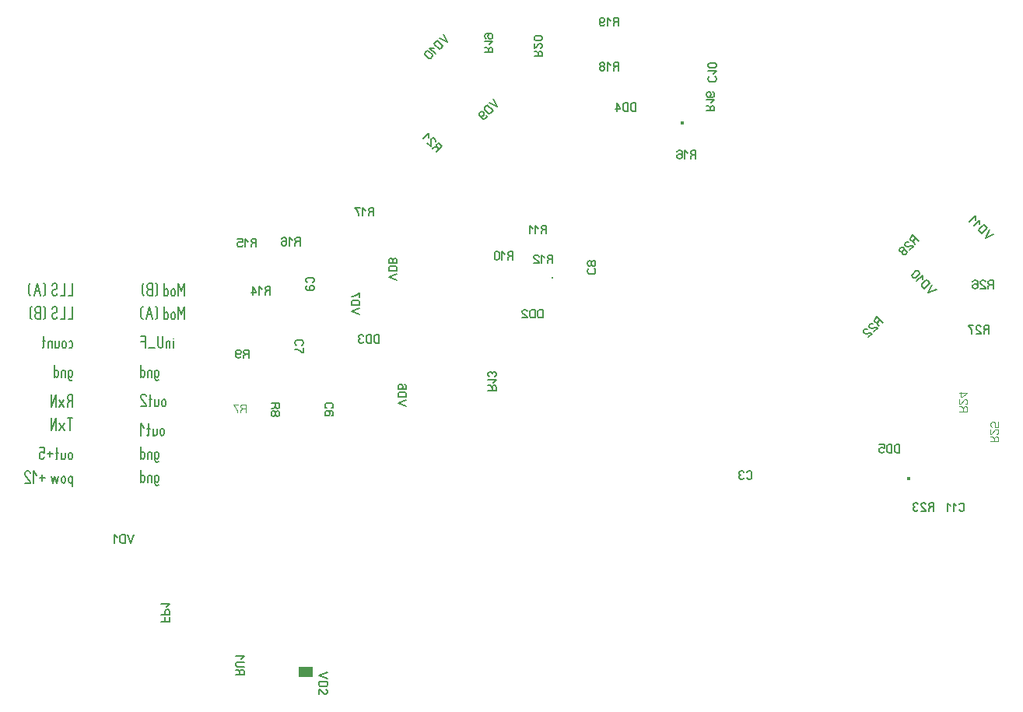
<source format=gbr>
%FSLAX34Y34*%
%MOMM*%
%LNSILK_BOTTOM*%
G71*
G01*
%ADD10C, 0.16*%
%ADD11C, 0.00*%
%ADD12C, 0.17*%
%ADD13C, 0.30*%
%ADD14C, 0.11*%
%ADD15C, 0.45*%
%LPD*%
G54D10*
X169096Y163490D02*
X177984Y163490D01*
X177984Y168157D01*
G54D10*
X173540Y163490D02*
X173540Y168157D01*
G54D10*
X169096Y171268D02*
X177984Y171268D01*
X177984Y174601D01*
X177429Y175935D01*
X176318Y176601D01*
X175207Y176601D01*
X174096Y175935D01*
X173540Y174601D01*
X173540Y171268D01*
G54D10*
X174651Y179712D02*
X177984Y183045D01*
X169096Y183045D01*
G36*
X333083Y103926D02*
X319083Y103926D01*
X319083Y113926D01*
X333083Y113926D01*
X333083Y103926D01*
G37*
G54D11*
X333083Y103926D02*
X319083Y103926D01*
X319083Y113926D01*
X333083Y113926D01*
X333083Y103926D01*
G54D10*
X349785Y107856D02*
X340896Y104523D01*
X349785Y101190D01*
G54D10*
X340896Y94745D02*
X340896Y98078D01*
X349785Y98078D01*
X349785Y94745D01*
X349229Y93412D01*
X348118Y92745D01*
X342563Y92745D01*
X341452Y93412D01*
X340896Y94745D01*
G54D10*
X340896Y84301D02*
X340896Y89634D01*
X341452Y89634D01*
X342563Y88968D01*
X345896Y84968D01*
X347007Y84301D01*
X348118Y84301D01*
X349229Y84968D01*
X349785Y86301D01*
X349785Y87634D01*
X349229Y88968D01*
X348118Y89634D01*
G54D10*
X254736Y108400D02*
X253625Y110400D01*
X252514Y111066D01*
X250291Y111066D01*
G54D10*
X250291Y105733D02*
X259180Y105733D01*
X259180Y109066D01*
X258625Y110400D01*
X257514Y111066D01*
X256402Y111066D01*
X255291Y110400D01*
X254736Y109066D01*
X254736Y105733D01*
G54D10*
X259180Y114177D02*
X251958Y114177D01*
X250847Y114844D01*
X250291Y116177D01*
X250291Y117510D01*
X250847Y118844D01*
X251958Y119510D01*
X259180Y119510D01*
G54D10*
X255847Y122621D02*
X259180Y125954D01*
X250291Y125954D01*
G54D10*
X435918Y397778D02*
X427029Y401111D01*
X435918Y404445D01*
G54D10*
X427029Y410889D02*
X427029Y407556D01*
X435918Y407556D01*
X435918Y410889D01*
X435362Y412223D01*
X434251Y412889D01*
X428695Y412889D01*
X427584Y412223D01*
X427029Y410889D01*
G54D10*
X434251Y421333D02*
X435362Y420667D01*
X435918Y419333D01*
X435918Y418000D01*
X435362Y416667D01*
X434251Y416000D01*
X431473Y416000D01*
X430918Y416000D01*
X432029Y418000D01*
X432029Y419333D01*
X431473Y420667D01*
X430362Y421333D01*
X428695Y421333D01*
X427584Y420667D01*
X427029Y419333D01*
X427029Y418000D01*
X427584Y416667D01*
X428695Y416000D01*
X431473Y416000D01*
G54D10*
X293396Y398223D02*
X292285Y396223D01*
X291174Y395557D01*
X288952Y395557D01*
G54D10*
X288952Y400890D02*
X297841Y400890D01*
X297841Y397557D01*
X297285Y396223D01*
X296174Y395557D01*
X295063Y395557D01*
X293952Y396223D01*
X293396Y397557D01*
X293396Y400890D01*
G54D10*
X293952Y387779D02*
X293396Y389113D01*
X293396Y390446D01*
X293952Y391779D01*
X295063Y392446D01*
X296174Y392446D01*
X297285Y391779D01*
X297841Y390446D01*
X297841Y389113D01*
X297285Y387779D01*
X296174Y387113D01*
X295063Y387113D01*
X293952Y387779D01*
G54D10*
X293396Y389113D02*
X292841Y387779D01*
X291730Y387113D01*
X290618Y387113D01*
X289507Y387779D01*
X288952Y389113D01*
X288952Y390446D01*
X289507Y391779D01*
X290618Y392446D01*
X291730Y392446D01*
X292841Y391779D01*
X293396Y390446D01*
G54D10*
X349102Y395820D02*
X347991Y396486D01*
X347435Y397820D01*
X347435Y399153D01*
X347991Y400486D01*
X349102Y401153D01*
X354658Y401153D01*
X355769Y400486D01*
X356324Y399153D01*
X356324Y397820D01*
X355769Y396486D01*
X354658Y395820D01*
G54D10*
X354658Y387376D02*
X355769Y388042D01*
X356324Y389376D01*
X356324Y390709D01*
X355769Y392042D01*
X354658Y392709D01*
X351880Y392709D01*
X351324Y392709D01*
X352435Y390709D01*
X352435Y389376D01*
X351880Y388042D01*
X350769Y387376D01*
X349102Y387376D01*
X347991Y388042D01*
X347435Y389376D01*
X347435Y390709D01*
X347991Y392042D01*
X349102Y392709D01*
X351880Y392709D01*
G54D12*
X72570Y321637D02*
X72570Y310804D01*
G54D12*
X72570Y316637D02*
X71903Y314470D01*
X70570Y314137D01*
X69237Y314470D01*
X68570Y316137D01*
X68570Y319470D01*
X69237Y321137D01*
X70570Y321637D01*
X71903Y321137D01*
X72570Y319137D01*
G54D12*
X61570Y314470D02*
X60903Y316137D01*
X60903Y319470D01*
X61570Y321137D01*
X62903Y321637D01*
X64236Y321137D01*
X64903Y319470D01*
X64903Y316137D01*
X64236Y314470D01*
X62903Y314137D01*
X61570Y314470D01*
G54D12*
X57236Y321637D02*
X55236Y314137D01*
X53236Y321637D01*
X51236Y314137D01*
X49903Y321637D01*
G54D12*
X42436Y319970D02*
X37103Y319970D01*
G54D12*
X39769Y323304D02*
X39769Y316637D01*
G54D12*
X33436Y322470D02*
X30103Y327470D01*
X30103Y314137D01*
G54D12*
X21103Y314137D02*
X26436Y314137D01*
X26436Y314970D01*
X25769Y316637D01*
X21769Y321637D01*
X21103Y323304D01*
X21103Y324970D01*
X21769Y326637D01*
X23103Y327470D01*
X24436Y327470D01*
X25769Y326637D01*
X26436Y324970D01*
G54D12*
X69236Y340242D02*
X68570Y341908D01*
X68570Y345242D01*
X69236Y346908D01*
X70570Y347408D01*
X71903Y346908D01*
X72570Y345242D01*
X72570Y341908D01*
X71903Y340242D01*
X70570Y339908D01*
X69236Y340242D01*
G54D12*
X60903Y347408D02*
X60903Y339908D01*
G54D12*
X60903Y341575D02*
X61569Y340242D01*
X62903Y339908D01*
X64236Y340242D01*
X64903Y341575D01*
X64903Y347408D01*
G54D12*
X55902Y353242D02*
X55902Y340742D01*
X55236Y339908D01*
X54569Y340242D01*
G54D12*
X57236Y347408D02*
X54569Y347408D01*
G54D12*
X50902Y345742D02*
X45568Y345742D01*
G54D12*
X48235Y349075D02*
X48235Y342408D01*
G54D12*
X36568Y353242D02*
X41902Y353242D01*
X41902Y347408D01*
X41235Y347408D01*
X39902Y348242D01*
X38568Y348242D01*
X37235Y347408D01*
X36568Y345742D01*
X36568Y342408D01*
X37235Y340742D01*
X38568Y339908D01*
X39902Y339908D01*
X41235Y340742D01*
X41902Y342408D01*
G54D12*
X182392Y461078D02*
X182392Y468578D01*
G54D12*
X182392Y471078D02*
X182392Y471078D01*
G54D12*
X178725Y461078D02*
X178725Y468578D01*
G54D12*
X178725Y466911D02*
X178058Y468078D01*
X176725Y468578D01*
X175392Y468078D01*
X174725Y466911D01*
X174725Y461078D01*
G54D12*
X171058Y474411D02*
X171058Y463578D01*
X170391Y461911D01*
X169058Y461078D01*
X167724Y461078D01*
X166391Y461911D01*
X165724Y463578D01*
X165724Y474411D01*
G54D12*
X162058Y461078D02*
X155391Y461078D01*
G54D12*
X151724Y461078D02*
X151724Y474411D01*
X147057Y474411D01*
G54D12*
X151724Y467744D02*
X147057Y467744D01*
G54D12*
X69904Y403823D02*
X67904Y402156D01*
X67237Y400489D01*
X67237Y397156D01*
G54D12*
X72570Y397156D02*
X72570Y410489D01*
X69237Y410489D01*
X67904Y409656D01*
X67237Y407989D01*
X67237Y406323D01*
X67904Y404656D01*
X69237Y403823D01*
X72570Y403823D01*
G54D12*
X63570Y404656D02*
X58237Y397156D01*
G54D12*
X63570Y397156D02*
X58237Y404656D01*
G54D12*
X54570Y397156D02*
X54570Y410489D01*
X49237Y397156D01*
X49237Y410489D01*
G54D10*
X139429Y257676D02*
X136096Y248787D01*
X132762Y257676D01*
G54D10*
X126318Y248787D02*
X129651Y248787D01*
X129651Y257676D01*
X126318Y257676D01*
X124984Y257120D01*
X124318Y256010D01*
X124318Y250454D01*
X124984Y249343D01*
X126318Y248787D01*
G54D10*
X121207Y254343D02*
X117874Y257676D01*
X117874Y248787D01*
G54D10*
X806557Y320095D02*
X807223Y318984D01*
X808557Y318428D01*
X809890Y318428D01*
X811223Y318984D01*
X811890Y320095D01*
X811890Y325650D01*
X811223Y326762D01*
X809890Y327317D01*
X808557Y327317D01*
X807223Y326762D01*
X806557Y325650D01*
G54D10*
X803446Y325650D02*
X802779Y326762D01*
X801446Y327317D01*
X800113Y327317D01*
X798779Y326762D01*
X798113Y325650D01*
X798113Y324539D01*
X798779Y323428D01*
X800113Y322873D01*
X798779Y322317D01*
X798113Y321206D01*
X798113Y320095D01*
X798779Y318984D01*
X800113Y318428D01*
X801446Y318428D01*
X802779Y318984D01*
X803446Y320095D01*
X594717Y537330D02*
G54D13*
D03*
G54D10*
X549350Y561412D02*
X547350Y560301D01*
X546683Y559190D01*
X546683Y556968D01*
G54D10*
X552016Y556968D02*
X552016Y565856D01*
X548683Y565856D01*
X547350Y565301D01*
X546683Y564190D01*
X546683Y563079D01*
X547350Y561968D01*
X548683Y561412D01*
X552016Y561412D01*
G54D10*
X543572Y562523D02*
X540239Y565856D01*
X540239Y556968D01*
G54D10*
X532462Y565301D02*
X531795Y564190D01*
X531795Y558634D01*
X532462Y557523D01*
X533795Y556968D01*
X535128Y556968D01*
X536462Y557523D01*
X537128Y558634D01*
X537128Y564190D01*
X536462Y565301D01*
X535128Y565856D01*
X533795Y565856D01*
X532462Y565301D01*
G54D10*
X585637Y590061D02*
X583637Y588950D01*
X582970Y587838D01*
X582970Y585616D01*
G54D10*
X588304Y585616D02*
X588304Y594505D01*
X584970Y594505D01*
X583637Y593950D01*
X582970Y592838D01*
X582970Y591728D01*
X583637Y590616D01*
X584970Y590061D01*
X588304Y590061D01*
G54D10*
X579860Y591172D02*
X576526Y594505D01*
X576526Y585616D01*
G54D10*
X573416Y591172D02*
X570082Y594505D01*
X570082Y585616D01*
G54D12*
X70016Y371756D02*
X70016Y385089D01*
G54D12*
X72682Y385089D02*
X67349Y385089D01*
G54D12*
X63682Y379256D02*
X58349Y371756D01*
G54D12*
X63682Y371756D02*
X58349Y379256D01*
G54D12*
X54682Y371756D02*
X54682Y385089D01*
X49349Y371756D01*
X49349Y385089D01*
G54D14*
X258241Y395251D02*
X256241Y394140D01*
X255574Y393029D01*
X255574Y390806D01*
G54D14*
X260908Y390806D02*
X260908Y399695D01*
X257574Y399695D01*
X256241Y399140D01*
X255574Y398029D01*
X255574Y396918D01*
X256241Y395806D01*
X257574Y395251D01*
X260908Y395251D01*
G54D14*
X253131Y399695D02*
X247798Y399695D01*
X248464Y398584D01*
X249798Y396918D01*
X251131Y394695D01*
X251798Y393029D01*
X251798Y390806D01*
G54D10*
X261753Y454695D02*
X259753Y453584D01*
X259086Y452473D01*
X259086Y450250D01*
G54D10*
X264420Y450250D02*
X264420Y459140D01*
X261086Y459140D01*
X259753Y458584D01*
X259086Y457473D01*
X259086Y456362D01*
X259753Y455250D01*
X261086Y454695D01*
X264420Y454695D01*
G54D10*
X255976Y451917D02*
X255309Y450806D01*
X253976Y450250D01*
X252642Y450250D01*
X251309Y450806D01*
X250642Y451917D01*
X250642Y454695D01*
X250642Y455250D01*
X252642Y454140D01*
X253976Y454140D01*
X255309Y454695D01*
X255976Y455806D01*
X255976Y457473D01*
X255309Y458584D01*
X253976Y459140D01*
X252642Y459140D01*
X251309Y458584D01*
X250642Y457473D01*
X250642Y454695D01*
G54D10*
X403028Y466707D02*
X406361Y466707D01*
X406361Y475596D01*
X403028Y475596D01*
X401694Y475040D01*
X401028Y473929D01*
X401028Y468374D01*
X401694Y467262D01*
X403028Y466707D01*
G54D10*
X394584Y466707D02*
X397917Y466707D01*
X397917Y475596D01*
X394584Y475596D01*
X393250Y475040D01*
X392584Y473929D01*
X392584Y468374D01*
X393250Y467262D01*
X394584Y466707D01*
G54D10*
X389473Y473929D02*
X388806Y475040D01*
X387473Y475596D01*
X386140Y475596D01*
X384806Y475040D01*
X384140Y473929D01*
X384140Y472818D01*
X384806Y471707D01*
X386140Y471151D01*
X384806Y470596D01*
X384140Y469484D01*
X384140Y468374D01*
X384806Y467262D01*
X386140Y466707D01*
X387473Y466707D01*
X388806Y467262D01*
X389473Y468374D01*
G54D10*
X682445Y718680D02*
X685778Y718680D01*
X685778Y727569D01*
X682445Y727569D01*
X681112Y727014D01*
X680445Y725902D01*
X680445Y720347D01*
X681112Y719236D01*
X682445Y718680D01*
G54D10*
X674001Y718680D02*
X677334Y718680D01*
X677334Y727569D01*
X674001Y727569D01*
X672668Y727014D01*
X672001Y725902D01*
X672001Y720347D01*
X672668Y719236D01*
X674001Y718680D01*
G54D10*
X664890Y718680D02*
X664890Y727569D01*
X668890Y722014D01*
X668890Y720902D01*
X663557Y720902D01*
G54D10*
X748184Y671520D02*
X746184Y670409D01*
X745517Y669298D01*
X745517Y667075D01*
G54D10*
X750850Y667075D02*
X750850Y675964D01*
X747517Y675964D01*
X746184Y675409D01*
X745517Y674298D01*
X745517Y673186D01*
X746184Y672075D01*
X747517Y671520D01*
X750850Y671520D01*
G54D10*
X742406Y672631D02*
X739073Y675964D01*
X739073Y667075D01*
G54D10*
X730629Y674298D02*
X731296Y675409D01*
X732629Y675964D01*
X733962Y675964D01*
X735296Y675409D01*
X735962Y674298D01*
X735962Y671520D01*
X735962Y670964D01*
X733962Y672075D01*
X732629Y672075D01*
X731296Y671520D01*
X730629Y670409D01*
X730629Y668742D01*
X731296Y667631D01*
X732629Y667075D01*
X733962Y667075D01*
X735296Y667631D01*
X735962Y668742D01*
X735962Y671520D01*
G54D10*
X766835Y722075D02*
X765724Y724075D01*
X764613Y724742D01*
X762390Y724742D01*
G54D10*
X762390Y719409D02*
X771279Y719409D01*
X771279Y722742D01*
X770724Y724075D01*
X769613Y724742D01*
X768502Y724742D01*
X767390Y724075D01*
X766835Y722742D01*
X766835Y719409D01*
G54D10*
X767946Y727853D02*
X771279Y731186D01*
X762390Y731186D01*
G54D10*
X769613Y739630D02*
X770724Y738963D01*
X771279Y737630D01*
X771279Y736297D01*
X770724Y734963D01*
X769613Y734297D01*
X766835Y734297D01*
X766279Y734297D01*
X767390Y736297D01*
X767390Y737630D01*
X766835Y738963D01*
X765724Y739630D01*
X764057Y739630D01*
X762946Y738963D01*
X762390Y737630D01*
X762390Y736297D01*
X762946Y734963D01*
X764057Y734297D01*
X766835Y734297D01*
G54D10*
X634618Y547379D02*
X633507Y546712D01*
X632952Y545379D01*
X632952Y544046D01*
X633507Y542712D01*
X634618Y542046D01*
X640174Y542046D01*
X641285Y542712D01*
X641841Y544046D01*
X641841Y545379D01*
X641285Y546712D01*
X640174Y547379D01*
G54D10*
X637952Y555156D02*
X637396Y553823D01*
X637396Y552490D01*
X637952Y551156D01*
X639063Y550490D01*
X640174Y550490D01*
X641285Y551156D01*
X641841Y552490D01*
X641841Y553823D01*
X641285Y555156D01*
X640174Y555823D01*
X639063Y555823D01*
X637952Y555156D01*
G54D10*
X637396Y553823D02*
X636841Y555156D01*
X635730Y555823D01*
X634618Y555823D01*
X633507Y555156D01*
X632952Y553823D01*
X632952Y552490D01*
X633507Y551156D01*
X634618Y550490D01*
X635730Y550490D01*
X636841Y551156D01*
X637396Y552490D01*
G54D10*
X529456Y417617D02*
X528345Y419617D01*
X527234Y420284D01*
X525011Y420284D01*
G54D10*
X525011Y414950D02*
X533900Y414950D01*
X533900Y418284D01*
X533345Y419617D01*
X532234Y420284D01*
X531122Y420284D01*
X530011Y419617D01*
X529456Y418284D01*
X529456Y414950D01*
G54D10*
X530567Y423394D02*
X533900Y426728D01*
X525011Y426728D01*
G54D10*
X532234Y429838D02*
X533345Y430505D01*
X533900Y431838D01*
X533900Y433172D01*
X533345Y434505D01*
X532234Y435172D01*
X531122Y435172D01*
X530011Y434505D01*
X529456Y433172D01*
X528900Y434505D01*
X527789Y435172D01*
X526678Y435172D01*
X525567Y434505D01*
X525011Y433172D01*
X525011Y431838D01*
X525567Y430505D01*
X526678Y429838D01*
G54D10*
X385179Y497709D02*
X376290Y501042D01*
X385179Y504376D01*
G54D10*
X376290Y510820D02*
X376290Y507487D01*
X385179Y507487D01*
X385179Y510820D01*
X384623Y512154D01*
X383512Y512820D01*
X377957Y512820D01*
X376846Y512154D01*
X376290Y510820D01*
G54D10*
X385179Y515931D02*
X385179Y521264D01*
X384068Y520598D01*
X382401Y519264D01*
X380179Y517931D01*
X378512Y517264D01*
X376290Y517264D01*
G54D10*
X269805Y575656D02*
X267805Y574545D01*
X267138Y573434D01*
X267138Y571212D01*
G54D10*
X272471Y571212D02*
X272471Y580101D01*
X269138Y580101D01*
X267805Y579545D01*
X267138Y578434D01*
X267138Y577323D01*
X267805Y576212D01*
X269138Y575656D01*
X272471Y575656D01*
G54D10*
X264027Y576767D02*
X260694Y580101D01*
X260694Y571212D01*
G54D10*
X252250Y580101D02*
X257583Y580101D01*
X257583Y576212D01*
X256917Y576212D01*
X255583Y576767D01*
X254250Y576767D01*
X252917Y576212D01*
X252250Y575101D01*
X252250Y572878D01*
X252917Y571767D01*
X254250Y571212D01*
X255583Y571212D01*
X256917Y571767D01*
X257583Y572878D01*
G54D10*
X317574Y576917D02*
X315574Y575806D01*
X314908Y574694D01*
X314908Y572472D01*
G54D10*
X320241Y572472D02*
X320241Y581361D01*
X316908Y581361D01*
X315574Y580806D01*
X314908Y579694D01*
X314908Y578583D01*
X315574Y577472D01*
X316908Y576917D01*
X320241Y576917D01*
G54D10*
X311797Y578028D02*
X308464Y581361D01*
X308464Y572472D01*
G54D10*
X300020Y579694D02*
X300686Y580806D01*
X302020Y581361D01*
X303353Y581361D01*
X304686Y580806D01*
X305353Y579694D01*
X305353Y576917D01*
X305353Y576361D01*
X303353Y577472D01*
X302020Y577472D01*
X300686Y576917D01*
X300020Y575806D01*
X300020Y574139D01*
X300686Y573028D01*
X302020Y572472D01*
X303353Y572472D01*
X304686Y573028D01*
X305353Y574139D01*
X305353Y576917D01*
G54D10*
X284917Y523703D02*
X282917Y522592D01*
X282251Y521481D01*
X282251Y519258D01*
G54D10*
X287584Y519258D02*
X287584Y528147D01*
X284251Y528147D01*
X282917Y527592D01*
X282251Y526481D01*
X282251Y525370D01*
X282917Y524258D01*
X284251Y523703D01*
X287584Y523703D01*
G54D10*
X279140Y524814D02*
X275807Y528147D01*
X275807Y519258D01*
G54D10*
X268696Y519258D02*
X268696Y528147D01*
X272696Y522592D01*
X272696Y521481D01*
X267363Y521481D01*
G54D10*
X328261Y532316D02*
X327150Y532983D01*
X326594Y534316D01*
X326594Y535650D01*
X327150Y536983D01*
X328261Y537650D01*
X333816Y537650D01*
X334927Y536983D01*
X335483Y535650D01*
X335483Y534316D01*
X334927Y532983D01*
X333816Y532316D01*
G54D10*
X328261Y529206D02*
X327150Y528539D01*
X326594Y527206D01*
X326594Y525872D01*
X327150Y524539D01*
X328261Y523872D01*
X331039Y523872D01*
X331594Y523872D01*
X330483Y525872D01*
X330483Y527206D01*
X331039Y528539D01*
X332150Y529206D01*
X333816Y529206D01*
X334927Y528539D01*
X335483Y527206D01*
X335483Y525872D01*
X334927Y524539D01*
X333816Y523872D01*
X331039Y523872D01*
G54D10*
X425773Y534959D02*
X416884Y538292D01*
X425773Y541626D01*
G54D10*
X416884Y548070D02*
X416884Y544737D01*
X425773Y544737D01*
X425773Y548070D01*
X425218Y549404D01*
X424107Y550070D01*
X418551Y550070D01*
X417440Y549404D01*
X416884Y548070D01*
G54D10*
X421884Y557848D02*
X421329Y556514D01*
X421329Y555181D01*
X421884Y553848D01*
X422996Y553181D01*
X424107Y553181D01*
X425218Y553848D01*
X425773Y555181D01*
X425773Y556514D01*
X425218Y557848D01*
X424107Y558514D01*
X422996Y558514D01*
X421884Y557848D01*
G54D10*
X421329Y556514D02*
X420773Y557848D01*
X419662Y558514D01*
X418551Y558514D01*
X417440Y557848D01*
X416884Y556514D01*
X416884Y555181D01*
X417440Y553848D01*
X418551Y553181D01*
X419662Y553181D01*
X420773Y553848D01*
X421329Y555181D01*
G54D10*
X397772Y609303D02*
X395772Y608192D01*
X395105Y607081D01*
X395105Y604859D01*
G54D10*
X400438Y604859D02*
X400438Y613748D01*
X397105Y613748D01*
X395772Y613192D01*
X395105Y612081D01*
X395105Y610970D01*
X395772Y609859D01*
X397105Y609303D01*
X400438Y609303D01*
G54D10*
X391994Y610414D02*
X388661Y613748D01*
X388661Y604859D01*
G54D10*
X385550Y613748D02*
X380217Y613748D01*
X380884Y612636D01*
X382217Y610970D01*
X383550Y608748D01*
X384217Y607081D01*
X384217Y604859D01*
X736617Y705929D02*
G54D15*
D03*
G54D10*
X766287Y756363D02*
X765176Y755696D01*
X764620Y754363D01*
X764620Y753029D01*
X765176Y751696D01*
X766287Y751029D01*
X771843Y751029D01*
X772954Y751696D01*
X773509Y753029D01*
X773509Y754363D01*
X772954Y755696D01*
X771843Y756363D01*
G54D10*
X770176Y759473D02*
X773509Y762807D01*
X764620Y762807D01*
G54D10*
X772954Y770584D02*
X771843Y771251D01*
X766287Y771251D01*
X765176Y770584D01*
X764620Y769251D01*
X764620Y767917D01*
X765176Y766584D01*
X766287Y765917D01*
X771843Y765917D01*
X772954Y766584D01*
X773509Y767917D01*
X773509Y769251D01*
X772954Y770584D01*
G54D10*
X664046Y816091D02*
X662046Y814980D01*
X661379Y813869D01*
X661379Y811647D01*
G54D10*
X666712Y811647D02*
X666712Y820536D01*
X663379Y820536D01*
X662046Y819980D01*
X661379Y818869D01*
X661379Y817758D01*
X662046Y816647D01*
X663379Y816091D01*
X666712Y816091D01*
G54D10*
X658268Y817202D02*
X654935Y820536D01*
X654935Y811647D01*
G54D10*
X651824Y813314D02*
X651158Y812202D01*
X649824Y811647D01*
X648491Y811647D01*
X647158Y812202D01*
X646491Y813314D01*
X646491Y816091D01*
X646491Y816647D01*
X648491Y815536D01*
X649824Y815536D01*
X651158Y816091D01*
X651824Y817202D01*
X651824Y818869D01*
X651158Y819980D01*
X649824Y820536D01*
X648491Y820536D01*
X647158Y819980D01*
X646491Y818869D01*
X646491Y816091D01*
G54D10*
X664046Y767450D02*
X662046Y766338D01*
X661379Y765227D01*
X661379Y763005D01*
G54D10*
X666713Y763005D02*
X666713Y771894D01*
X663379Y771894D01*
X662046Y771338D01*
X661379Y770227D01*
X661379Y769116D01*
X662046Y768005D01*
X663379Y767450D01*
X666713Y767450D01*
G54D10*
X658269Y768561D02*
X654935Y771894D01*
X654935Y763005D01*
G54D10*
X647158Y768005D02*
X648491Y767450D01*
X649825Y767450D01*
X651158Y768005D01*
X651825Y769116D01*
X651825Y770227D01*
X651158Y771338D01*
X649825Y771894D01*
X648491Y771894D01*
X647158Y771338D01*
X646491Y770227D01*
X646491Y769116D01*
X647158Y768005D01*
G54D10*
X648491Y767450D02*
X647158Y766894D01*
X646491Y765783D01*
X646491Y764672D01*
X647158Y763561D01*
X648491Y763005D01*
X649825Y763005D01*
X651158Y763561D01*
X651825Y764672D01*
X651825Y765783D01*
X651158Y766894D01*
X649825Y767450D01*
G54D10*
X579476Y781387D02*
X578364Y783387D01*
X577253Y784053D01*
X575031Y784053D01*
G54D10*
X575031Y778720D02*
X583920Y778720D01*
X583920Y782053D01*
X583364Y783387D01*
X582253Y784053D01*
X581142Y784053D01*
X580031Y783387D01*
X579476Y782053D01*
X579476Y778720D01*
G54D10*
X575031Y792497D02*
X575031Y787164D01*
X575587Y787164D01*
X576698Y787831D01*
X580031Y791831D01*
X581142Y792497D01*
X582253Y792497D01*
X583364Y791831D01*
X583920Y790497D01*
X583920Y789164D01*
X583364Y787831D01*
X582253Y787164D01*
G54D10*
X583364Y800275D02*
X582253Y800941D01*
X576698Y800941D01*
X575587Y800275D01*
X575031Y798941D01*
X575031Y797608D01*
X575587Y796275D01*
X576698Y795608D01*
X582253Y795608D01*
X583364Y796275D01*
X583920Y797608D01*
X583920Y798941D01*
X583364Y800275D01*
G54D10*
X476413Y802754D02*
X480342Y794112D01*
X471699Y798040D01*
G54D10*
X473428Y787198D02*
X475785Y789555D01*
X469499Y795840D01*
X467142Y793483D01*
X466592Y792148D01*
X466906Y790891D01*
X470835Y786962D01*
X472092Y786648D01*
X473428Y787198D01*
G54D10*
X465885Y787513D02*
X461171Y787513D01*
X467457Y781227D01*
G54D10*
X456065Y781620D02*
X456379Y780363D01*
X460307Y776435D01*
X461564Y776121D01*
X462900Y776671D01*
X463843Y777613D01*
X464393Y778949D01*
X464079Y780206D01*
X460150Y784134D01*
X458893Y784449D01*
X457558Y783899D01*
X456615Y782956D01*
X456065Y781620D01*
G54D10*
X530850Y732304D02*
X534779Y723662D01*
X526136Y727590D01*
G54D10*
X527865Y716748D02*
X530222Y719105D01*
X523936Y725390D01*
X521579Y723033D01*
X521029Y721698D01*
X521344Y720440D01*
X525272Y716512D01*
X526529Y716198D01*
X527865Y716748D01*
G54D10*
X523072Y714312D02*
X523387Y713055D01*
X522837Y711720D01*
X521894Y710777D01*
X520558Y710227D01*
X519301Y710541D01*
X517337Y712505D01*
X516944Y712898D01*
X519144Y713527D01*
X520087Y714470D01*
X520637Y715805D01*
X520323Y717062D01*
X519144Y718241D01*
X517887Y718555D01*
X516551Y718005D01*
X515609Y717062D01*
X515059Y715727D01*
X515373Y714470D01*
X517337Y712505D01*
G54D10*
X525535Y785575D02*
X524424Y787575D01*
X523313Y788242D01*
X521090Y788242D01*
G54D10*
X521090Y782909D02*
X529979Y782909D01*
X529979Y786242D01*
X529424Y787575D01*
X528313Y788242D01*
X527202Y788242D01*
X526090Y787575D01*
X525535Y786242D01*
X525535Y782909D01*
G54D10*
X526646Y791353D02*
X529979Y794686D01*
X521090Y794686D01*
G54D10*
X522757Y797797D02*
X521646Y798463D01*
X521090Y799797D01*
X521090Y801130D01*
X521646Y802463D01*
X522757Y803130D01*
X525535Y803130D01*
X526090Y803130D01*
X524979Y801130D01*
X524979Y799797D01*
X525535Y798463D01*
X526646Y797797D01*
X528313Y797797D01*
X529424Y798463D01*
X529979Y799797D01*
X529979Y801130D01*
X529424Y802463D01*
X528313Y803130D01*
X525535Y803130D01*
G54D10*
X469692Y679454D02*
X467492Y680083D01*
X466235Y679769D01*
X464664Y678197D01*
G54D10*
X468435Y674426D02*
X474720Y680712D01*
X472363Y683068D01*
X471028Y683618D01*
X469771Y683304D01*
X468985Y682519D01*
X468671Y681262D01*
X469221Y679926D01*
X471578Y677569D01*
G54D10*
X458693Y684168D02*
X462464Y680397D01*
X462857Y680790D01*
X463171Y682047D01*
X462700Y687232D01*
X463014Y688489D01*
X463800Y689275D01*
X465057Y689589D01*
X466393Y689039D01*
X467335Y688096D01*
X467885Y686761D01*
X467571Y685504D01*
G54D10*
X460422Y690296D02*
X460422Y695010D01*
X454136Y688725D01*
G54D10*
X969534Y347118D02*
X972868Y347118D01*
X972868Y356006D01*
X969534Y356006D01*
X968201Y355451D01*
X967534Y354340D01*
X967534Y348784D01*
X968201Y347673D01*
X969534Y347118D01*
G54D10*
X961090Y347118D02*
X964424Y347118D01*
X964424Y356006D01*
X961090Y356006D01*
X959757Y355451D01*
X959090Y354340D01*
X959090Y348784D01*
X959757Y347673D01*
X961090Y347118D01*
G54D10*
X950646Y356006D02*
X955980Y356006D01*
X955980Y352118D01*
X955313Y352118D01*
X953980Y352673D01*
X952646Y352673D01*
X951313Y352118D01*
X950646Y351006D01*
X950646Y348784D01*
X951313Y347673D01*
X952646Y347118D01*
X953980Y347118D01*
X955313Y347673D01*
X955980Y348784D01*
G54D10*
X1007173Y288181D02*
X1005173Y287070D01*
X1004507Y285958D01*
X1004507Y283736D01*
G54D10*
X1009840Y283736D02*
X1009840Y292625D01*
X1006507Y292625D01*
X1005173Y292070D01*
X1004507Y290958D01*
X1004507Y289848D01*
X1005173Y288736D01*
X1006507Y288181D01*
X1009840Y288181D01*
G54D10*
X996063Y283736D02*
X1001396Y283736D01*
X1001396Y284292D01*
X1000729Y285403D01*
X996729Y288736D01*
X996063Y289848D01*
X996063Y290958D01*
X996729Y292070D01*
X998063Y292625D01*
X999396Y292625D01*
X1000729Y292070D01*
X1001396Y290958D01*
G54D10*
X992952Y290958D02*
X992285Y292070D01*
X990952Y292625D01*
X989619Y292625D01*
X988285Y292070D01*
X987619Y290958D01*
X987619Y289848D01*
X988285Y288736D01*
X989619Y288181D01*
X988285Y287625D01*
X987619Y286514D01*
X987619Y285403D01*
X988285Y284292D01*
X989619Y283736D01*
X990952Y283736D01*
X992285Y284292D01*
X992952Y285403D01*
X982471Y318806D02*
G54D15*
D03*
G54D10*
X1037786Y285150D02*
X1038452Y284039D01*
X1039786Y283483D01*
X1041119Y283483D01*
X1042452Y284039D01*
X1043119Y285150D01*
X1043119Y290705D01*
X1042452Y291816D01*
X1041119Y292372D01*
X1039786Y292372D01*
X1038452Y291816D01*
X1037786Y290705D01*
G54D10*
X1034675Y289039D02*
X1031342Y292372D01*
X1031342Y283483D01*
G54D10*
X1028231Y289039D02*
X1024898Y292372D01*
X1024898Y283483D01*
G54D14*
X1075856Y362262D02*
X1074745Y364262D01*
X1073634Y364928D01*
X1071412Y364928D01*
G54D14*
X1071412Y359595D02*
X1080301Y359595D01*
X1080301Y362928D01*
X1079745Y364262D01*
X1078634Y364928D01*
X1077523Y364928D01*
X1076412Y364262D01*
X1075856Y362928D01*
X1075856Y359595D01*
G54D14*
X1071412Y372705D02*
X1071412Y367372D01*
X1071967Y367372D01*
X1073078Y368038D01*
X1076412Y372038D01*
X1077523Y372705D01*
X1078634Y372705D01*
X1079745Y372038D01*
X1080301Y370705D01*
X1080301Y369372D01*
X1079745Y368038D01*
X1078634Y367372D01*
G54D14*
X1080301Y380482D02*
X1080301Y375149D01*
X1076412Y375149D01*
X1076412Y375816D01*
X1076967Y377149D01*
X1076967Y378482D01*
X1076412Y379816D01*
X1075301Y380482D01*
X1073078Y380482D01*
X1071967Y379816D01*
X1071412Y378482D01*
X1071412Y377149D01*
X1071967Y375816D01*
X1073078Y375149D01*
G54D14*
X1041841Y394914D02*
X1040730Y396914D01*
X1039619Y397581D01*
X1037397Y397581D01*
G54D14*
X1037397Y392248D02*
X1046286Y392248D01*
X1046286Y395581D01*
X1045730Y396914D01*
X1044619Y397581D01*
X1043508Y397581D01*
X1042397Y396914D01*
X1041841Y395581D01*
X1041841Y392248D01*
G54D14*
X1037397Y405358D02*
X1037397Y400025D01*
X1037952Y400025D01*
X1039063Y400692D01*
X1042397Y404692D01*
X1043508Y405358D01*
X1044619Y405358D01*
X1045730Y404692D01*
X1046286Y403358D01*
X1046286Y402025D01*
X1045730Y400692D01*
X1044619Y400025D01*
G54D14*
X1037397Y411802D02*
X1046286Y411802D01*
X1040730Y407802D01*
X1039619Y407802D01*
X1039619Y413135D01*
G54D10*
X1067133Y481335D02*
X1065133Y480224D01*
X1064466Y479113D01*
X1064466Y476891D01*
G54D10*
X1069800Y476891D02*
X1069800Y485780D01*
X1066466Y485780D01*
X1065133Y485224D01*
X1064466Y484113D01*
X1064466Y483002D01*
X1065133Y481891D01*
X1066466Y481335D01*
X1069800Y481335D01*
G54D10*
X1056022Y476891D02*
X1061356Y476891D01*
X1061356Y477446D01*
X1060689Y478558D01*
X1056689Y481891D01*
X1056022Y483002D01*
X1056022Y484113D01*
X1056689Y485224D01*
X1058022Y485780D01*
X1059356Y485780D01*
X1060689Y485224D01*
X1061356Y484113D01*
G54D10*
X1052912Y485780D02*
X1047578Y485780D01*
X1048245Y484668D01*
X1049578Y483002D01*
X1050912Y480780D01*
X1051578Y479113D01*
X1051578Y476891D01*
G54D10*
X1075157Y585019D02*
X1066515Y581090D01*
X1070443Y589733D01*
G54D10*
X1059601Y588004D02*
X1061958Y585648D01*
X1068243Y591933D01*
X1065886Y594290D01*
X1064551Y594840D01*
X1063294Y594526D01*
X1059365Y590597D01*
X1059051Y589340D01*
X1059601Y588004D01*
G54D10*
X1059916Y595547D02*
X1059915Y600261D01*
X1053630Y593975D01*
G54D10*
X1055359Y600103D02*
X1055359Y604817D01*
X1049074Y598532D01*
G54D10*
X1012817Y525048D02*
X1004175Y521120D01*
X1008103Y529762D01*
G54D10*
X997261Y528034D02*
X999618Y525677D01*
X1005903Y531962D01*
X1003546Y534319D01*
X1002210Y534869D01*
X1000953Y534555D01*
X997025Y530626D01*
X996711Y529369D01*
X997261Y528034D01*
G54D10*
X997575Y535576D02*
X997575Y540290D01*
X991290Y534004D01*
G54D10*
X991683Y545396D02*
X990426Y545082D01*
X986498Y541154D01*
X986183Y539897D01*
X986733Y538561D01*
X987676Y537618D01*
X989012Y537068D01*
X990269Y537383D01*
X994197Y541311D01*
X994512Y542568D01*
X993962Y543904D01*
X993019Y544846D01*
X991683Y545396D01*
G54D10*
X1071895Y530093D02*
X1069895Y528982D01*
X1069228Y527871D01*
X1069228Y525649D01*
G54D10*
X1074562Y525649D02*
X1074562Y534538D01*
X1071228Y534538D01*
X1069895Y533982D01*
X1069228Y532871D01*
X1069228Y531760D01*
X1069895Y530649D01*
X1071228Y530093D01*
X1074562Y530093D01*
G54D10*
X1060784Y525649D02*
X1066118Y525649D01*
X1066118Y526204D01*
X1065451Y527316D01*
X1061451Y530649D01*
X1060784Y531760D01*
X1060784Y532871D01*
X1061451Y533982D01*
X1062784Y534538D01*
X1064118Y534538D01*
X1065451Y533982D01*
X1066118Y532871D01*
G54D10*
X1052340Y532871D02*
X1053007Y533982D01*
X1054340Y534538D01*
X1055674Y534538D01*
X1057007Y533982D01*
X1057674Y532871D01*
X1057674Y530093D01*
X1057674Y529538D01*
X1055674Y530649D01*
X1054340Y530649D01*
X1053007Y530093D01*
X1052340Y528982D01*
X1052340Y527316D01*
X1053007Y526204D01*
X1054340Y525649D01*
X1055674Y525649D01*
X1057007Y526204D01*
X1057674Y527316D01*
X1057674Y530093D01*
G54D10*
X988548Y578622D02*
X987919Y576423D01*
X988233Y575166D01*
X989804Y573594D01*
G54D10*
X993576Y577366D02*
X987290Y583651D01*
X984933Y581294D01*
X984383Y579958D01*
X984698Y578701D01*
X985483Y577915D01*
X986740Y577601D01*
X988076Y578151D01*
X990433Y580508D01*
G54D10*
X983834Y567623D02*
X987605Y571395D01*
X987212Y571788D01*
X985955Y572102D01*
X980770Y571630D01*
X979512Y571944D01*
X978727Y572730D01*
X978413Y573987D01*
X978962Y575323D01*
X979905Y576266D01*
X981241Y576816D01*
X982498Y576502D01*
G54D10*
X974799Y565660D02*
X976134Y566210D01*
X977077Y567152D01*
X977627Y568488D01*
X977313Y569745D01*
X976527Y570531D01*
X975270Y570845D01*
X973934Y570295D01*
X972992Y569352D01*
X972442Y568016D01*
X972756Y566760D01*
X973542Y565974D01*
X974799Y565660D01*
G54D10*
X976134Y566210D02*
X975584Y564874D01*
X975899Y563617D01*
X976684Y562831D01*
X977942Y562517D01*
X979277Y563067D01*
X980220Y564010D01*
X980770Y565345D01*
X980456Y566602D01*
X979670Y567388D01*
X978413Y567702D01*
X977077Y567152D01*
G54D10*
X949489Y489740D02*
X948860Y487540D01*
X949174Y486282D01*
X950746Y484711D01*
G54D10*
X954517Y488482D02*
X948232Y494768D01*
X945875Y492411D01*
X945325Y491075D01*
X945639Y489818D01*
X946424Y489032D01*
X947682Y488718D01*
X949017Y489268D01*
X951374Y491625D01*
G54D10*
X944775Y478740D02*
X948546Y482512D01*
X948153Y482904D01*
X946896Y483219D01*
X941711Y482747D01*
X940454Y483062D01*
X939668Y483847D01*
X939354Y485104D01*
X939904Y486440D01*
X940847Y487383D01*
X942182Y487933D01*
X943439Y487618D01*
G54D10*
X938804Y472770D02*
X942575Y476541D01*
X942182Y476934D01*
X940926Y477248D01*
X935740Y476776D01*
X934483Y477091D01*
X933697Y477876D01*
X933383Y479134D01*
X933933Y480469D01*
X934876Y481412D01*
X936212Y481962D01*
X937468Y481648D01*
G54D12*
X69237Y468078D02*
X70570Y468578D01*
X71903Y468078D01*
X72570Y466411D01*
X72570Y463078D01*
X71903Y461411D01*
X70570Y461078D01*
X69237Y461411D01*
G54D12*
X62237Y461411D02*
X61570Y463078D01*
X61570Y466411D01*
X62237Y468078D01*
X63570Y468578D01*
X64903Y468078D01*
X65570Y466411D01*
X65570Y463078D01*
X64903Y461411D01*
X63570Y461078D01*
X62237Y461411D01*
G54D12*
X53903Y468578D02*
X53903Y461078D01*
G54D12*
X53903Y462744D02*
X54570Y461411D01*
X55903Y461078D01*
X57236Y461411D01*
X57903Y462744D01*
X57903Y468578D01*
G54D12*
X50236Y461078D02*
X50236Y468578D01*
G54D12*
X50236Y466911D02*
X49569Y468078D01*
X48236Y468578D01*
X46903Y468078D01*
X46236Y466911D01*
X46236Y461078D01*
G54D12*
X41236Y474411D02*
X41236Y461911D01*
X40569Y461078D01*
X39902Y461411D01*
G54D12*
X42569Y468578D02*
X39902Y468578D01*
G54D12*
X72570Y426828D02*
X71237Y425994D01*
X70303Y425994D01*
X68970Y426828D01*
X68570Y428494D01*
X68570Y436828D01*
G54D12*
X68570Y434661D02*
X69237Y436328D01*
X70570Y436828D01*
X71903Y436328D01*
X72570Y434661D01*
X72570Y431328D01*
X71903Y429661D01*
X70570Y429328D01*
X69237Y429661D01*
X68570Y431328D01*
G54D12*
X64903Y429328D02*
X64903Y436828D01*
G54D12*
X64903Y435161D02*
X64236Y436328D01*
X62903Y436828D01*
X61570Y436328D01*
X60903Y435161D01*
X60903Y429328D01*
G54D12*
X53236Y429328D02*
X53236Y442661D01*
G54D12*
X53236Y434661D02*
X53903Y436328D01*
X55236Y436828D01*
X56569Y436328D01*
X57236Y434661D01*
X57236Y431328D01*
X56569Y429661D01*
X55236Y429328D01*
X53903Y429661D01*
X53236Y431328D01*
G54D12*
X166503Y312528D02*
X165170Y311694D01*
X164236Y311694D01*
X162903Y312528D01*
X162503Y314194D01*
X162503Y322528D01*
G54D12*
X162503Y320361D02*
X163170Y322028D01*
X164503Y322528D01*
X165836Y322028D01*
X166503Y320361D01*
X166503Y317028D01*
X165836Y315361D01*
X164503Y315028D01*
X163170Y315361D01*
X162503Y317028D01*
G54D12*
X158836Y315028D02*
X158836Y322528D01*
G54D12*
X158836Y320861D02*
X158169Y322028D01*
X156836Y322528D01*
X155503Y322028D01*
X154836Y320861D01*
X154836Y315028D01*
G54D12*
X147169Y315028D02*
X147169Y328361D01*
G54D12*
X147169Y320361D02*
X147836Y322028D01*
X149169Y322528D01*
X150502Y322028D01*
X151169Y320361D01*
X151169Y317028D01*
X150502Y315361D01*
X149169Y315028D01*
X147836Y315361D01*
X147169Y317028D01*
G54D12*
X166503Y337928D02*
X165170Y337094D01*
X164236Y337094D01*
X162903Y337928D01*
X162503Y339594D01*
X162503Y347928D01*
G54D12*
X162503Y345761D02*
X163170Y347428D01*
X164503Y347928D01*
X165836Y347428D01*
X166503Y345761D01*
X166503Y342428D01*
X165836Y340761D01*
X164503Y340428D01*
X163170Y340761D01*
X162503Y342428D01*
G54D12*
X158836Y340428D02*
X158836Y347928D01*
G54D12*
X158836Y346261D02*
X158169Y347428D01*
X156836Y347928D01*
X155503Y347428D01*
X154836Y346261D01*
X154836Y340428D01*
G54D12*
X147169Y340428D02*
X147169Y353761D01*
G54D12*
X147169Y345761D02*
X147836Y347428D01*
X149169Y347928D01*
X150502Y347428D01*
X151169Y345761D01*
X151169Y342428D01*
X150502Y340761D01*
X149169Y340428D01*
X147836Y340761D01*
X147169Y342428D01*
G54D12*
X168837Y366161D02*
X168170Y367828D01*
X168170Y371161D01*
X168837Y372828D01*
X170170Y373328D01*
X171503Y372828D01*
X172170Y371161D01*
X172170Y367828D01*
X171503Y366161D01*
X170170Y365828D01*
X168837Y366161D01*
G54D12*
X160503Y373328D02*
X160503Y365828D01*
G54D12*
X160503Y367494D02*
X161170Y366161D01*
X162503Y365828D01*
X163836Y366161D01*
X164503Y367494D01*
X164503Y373328D01*
G54D12*
X155503Y379161D02*
X155503Y366661D01*
X154836Y365828D01*
X154169Y366161D01*
G54D12*
X156836Y373328D02*
X154169Y373328D01*
G54D12*
X150502Y374161D02*
X147169Y379161D01*
X147169Y365828D01*
G54D12*
X170837Y397911D02*
X170170Y399578D01*
X170170Y402911D01*
X170837Y404578D01*
X172170Y405078D01*
X173503Y404578D01*
X174170Y402911D01*
X174170Y399578D01*
X173503Y397911D01*
X172170Y397578D01*
X170837Y397911D01*
G54D12*
X162503Y405078D02*
X162503Y397578D01*
G54D12*
X162503Y399244D02*
X163170Y397911D01*
X164503Y397578D01*
X165836Y397911D01*
X166503Y399244D01*
X166503Y405078D01*
G54D12*
X157503Y410911D02*
X157503Y398411D01*
X156836Y397578D01*
X156169Y397911D01*
G54D12*
X158836Y405078D02*
X156169Y405078D01*
G54D12*
X147169Y397578D02*
X152502Y397578D01*
X152502Y398411D01*
X151835Y400078D01*
X147835Y405078D01*
X147169Y406744D01*
X147169Y408411D01*
X147835Y410078D01*
X149169Y410911D01*
X150502Y410911D01*
X151835Y410078D01*
X152502Y408411D01*
G54D12*
X72570Y505739D02*
X72570Y492406D01*
X67904Y492406D01*
G54D12*
X64236Y505739D02*
X64236Y492406D01*
X59570Y492406D01*
G54D12*
X55902Y494906D02*
X55236Y493239D01*
X53902Y492406D01*
X52569Y492406D01*
X51236Y493239D01*
X50569Y494906D01*
X50569Y496573D01*
X51236Y498239D01*
X52569Y499073D01*
X53902Y499073D01*
X55236Y499906D01*
X55902Y501573D01*
X55902Y503239D01*
X55236Y504906D01*
X53902Y505739D01*
X52569Y505739D01*
X51236Y504906D01*
X50569Y503239D01*
G54D12*
X41102Y505739D02*
X42436Y504906D01*
X43102Y503239D01*
X43102Y494906D01*
X42436Y493239D01*
X41102Y492406D01*
G54D12*
X34102Y492406D02*
X37435Y492406D01*
X37435Y505739D01*
X34102Y505739D01*
X32769Y504906D01*
X32102Y503239D01*
X32102Y501573D01*
X32769Y499906D01*
X34102Y499073D01*
X32769Y498239D01*
X32102Y496573D01*
X32102Y494906D01*
X32769Y493239D01*
X34102Y492406D01*
G54D12*
X37435Y499073D02*
X34102Y499073D01*
G54D12*
X28435Y505739D02*
X27102Y504906D01*
X26435Y503239D01*
X26435Y494906D01*
X27102Y493239D01*
X28435Y492406D01*
G54D12*
X72570Y531139D02*
X72570Y517806D01*
X67904Y517806D01*
G54D12*
X64236Y531139D02*
X64236Y517806D01*
X59570Y517806D01*
G54D12*
X55902Y520306D02*
X55236Y518639D01*
X53902Y517806D01*
X52569Y517806D01*
X51236Y518639D01*
X50569Y520306D01*
X50569Y521973D01*
X51236Y523639D01*
X52569Y524473D01*
X53902Y524473D01*
X55236Y525306D01*
X55902Y526973D01*
X55902Y528639D01*
X55236Y530306D01*
X53902Y531139D01*
X52569Y531139D01*
X51236Y530306D01*
X50569Y528639D01*
G54D12*
X41102Y531139D02*
X42436Y530306D01*
X43102Y528639D01*
X43102Y520306D01*
X42436Y518639D01*
X41102Y517806D01*
G54D12*
X37435Y517806D02*
X34102Y531139D01*
X30769Y517806D01*
G54D12*
X36102Y522806D02*
X32102Y522806D01*
G54D12*
X27101Y531139D02*
X25768Y530306D01*
X25101Y528639D01*
X25101Y520306D01*
X25768Y518639D01*
X27101Y517806D01*
G54D12*
X194638Y492406D02*
X194638Y505739D01*
X191305Y497406D01*
X187972Y505739D01*
X187972Y492406D01*
G54D12*
X180971Y492739D02*
X180304Y494406D01*
X180304Y497739D01*
X180971Y499406D01*
X182304Y499906D01*
X183638Y499406D01*
X184304Y497739D01*
X184304Y494406D01*
X183638Y492739D01*
X182304Y492406D01*
X180971Y492739D01*
G54D12*
X172637Y492406D02*
X172637Y505739D01*
G54D12*
X172637Y497739D02*
X173304Y499406D01*
X174637Y499906D01*
X175971Y499406D01*
X176637Y497739D01*
X176637Y494406D01*
X175971Y492739D01*
X174637Y492406D01*
X173304Y492739D01*
X172637Y494406D01*
G54D12*
X163170Y505739D02*
X164504Y504906D01*
X165170Y503239D01*
X165170Y494906D01*
X164504Y493239D01*
X163170Y492406D01*
G54D12*
X159503Y492406D02*
X156170Y505739D01*
X152837Y492406D01*
G54D12*
X158170Y497406D02*
X154170Y497406D01*
G54D12*
X149169Y505739D02*
X147836Y504906D01*
X147169Y503239D01*
X147169Y494906D01*
X147836Y493239D01*
X149169Y492406D01*
G54D12*
X194638Y517806D02*
X194638Y531139D01*
X191305Y522806D01*
X187972Y531139D01*
X187972Y517806D01*
G54D12*
X180971Y518139D02*
X180304Y519806D01*
X180304Y523139D01*
X180971Y524806D01*
X182304Y525306D01*
X183638Y524806D01*
X184304Y523139D01*
X184304Y519806D01*
X183638Y518139D01*
X182304Y517806D01*
X180971Y518139D01*
G54D12*
X172637Y517806D02*
X172637Y531139D01*
G54D12*
X172637Y523139D02*
X173304Y524806D01*
X174637Y525306D01*
X175971Y524806D01*
X176637Y523139D01*
X176637Y519806D01*
X175971Y518139D01*
X174637Y517806D01*
X173304Y518139D01*
X172637Y519806D01*
G54D12*
X163170Y531139D02*
X164504Y530306D01*
X165170Y528639D01*
X165170Y520306D01*
X164504Y518639D01*
X163170Y517806D01*
G54D12*
X156170Y517806D02*
X159503Y517806D01*
X159503Y531139D01*
X156170Y531139D01*
X154837Y530306D01*
X154170Y528639D01*
X154170Y526973D01*
X154837Y525306D01*
X156170Y524473D01*
X154837Y523639D01*
X154170Y521973D01*
X154170Y520306D01*
X154837Y518639D01*
X156170Y517806D01*
G54D12*
X159503Y524473D02*
X156170Y524473D01*
G54D12*
X150503Y531139D02*
X149170Y530306D01*
X148503Y528639D01*
X148503Y520306D01*
X149170Y518639D01*
X150503Y517806D01*
G54D12*
X166503Y426828D02*
X165170Y425994D01*
X164236Y425994D01*
X162903Y426828D01*
X162503Y428494D01*
X162503Y436828D01*
G54D12*
X162503Y434661D02*
X163170Y436328D01*
X164503Y436828D01*
X165836Y436328D01*
X166503Y434661D01*
X166503Y431328D01*
X165836Y429661D01*
X164503Y429328D01*
X163170Y429661D01*
X162503Y431328D01*
G54D12*
X158836Y429328D02*
X158836Y436828D01*
G54D12*
X158836Y435161D02*
X158169Y436328D01*
X156836Y436828D01*
X155503Y436328D01*
X154836Y435161D01*
X154836Y429328D01*
G54D12*
X147169Y429328D02*
X147169Y442661D01*
G54D12*
X147169Y434661D02*
X147836Y436328D01*
X149169Y436828D01*
X150502Y436328D01*
X151169Y434661D01*
X151169Y431328D01*
X150502Y429661D01*
X149169Y429328D01*
X147836Y429661D01*
X147169Y431328D01*
G54D10*
X316475Y464235D02*
X315364Y464902D01*
X314808Y466235D01*
X314808Y467568D01*
X315364Y468902D01*
X316475Y469568D01*
X322030Y469568D01*
X323141Y468902D01*
X323697Y467568D01*
X323697Y466235D01*
X323141Y464902D01*
X322030Y464235D01*
G54D10*
X323697Y461124D02*
X323697Y455791D01*
X322586Y456458D01*
X320919Y457791D01*
X318697Y459124D01*
X317030Y459791D01*
X314808Y459791D01*
G54D10*
X592311Y557976D02*
X590311Y556865D01*
X589644Y555754D01*
X589644Y553531D01*
G54D10*
X594978Y553531D02*
X594978Y562420D01*
X591644Y562420D01*
X590311Y561865D01*
X589644Y560754D01*
X589644Y559642D01*
X590311Y558531D01*
X591644Y557976D01*
X594978Y557976D01*
G54D10*
X586534Y559087D02*
X583200Y562420D01*
X583200Y553531D01*
G54D10*
X574756Y553531D02*
X580090Y553531D01*
X580090Y554087D01*
X579423Y555198D01*
X575423Y558531D01*
X574756Y559642D01*
X574756Y560754D01*
X575423Y561865D01*
X576756Y562420D01*
X578090Y562420D01*
X579423Y561865D01*
X580090Y560754D01*
G54D10*
X580962Y493923D02*
X584296Y493923D01*
X584296Y502812D01*
X580962Y502812D01*
X579629Y502256D01*
X578962Y501145D01*
X578962Y495590D01*
X579629Y494479D01*
X580962Y493923D01*
G54D10*
X572518Y493923D02*
X575852Y493923D01*
X575852Y502812D01*
X572518Y502812D01*
X571185Y502256D01*
X570518Y501145D01*
X570518Y495590D01*
X571185Y494479D01*
X572518Y493923D01*
G54D10*
X562074Y493923D02*
X567408Y493923D01*
X567408Y494479D01*
X566741Y495590D01*
X562741Y498923D01*
X562074Y500034D01*
X562074Y501145D01*
X562741Y502256D01*
X564074Y502812D01*
X565408Y502812D01*
X566741Y502256D01*
X567408Y501145D01*
M02*

</source>
